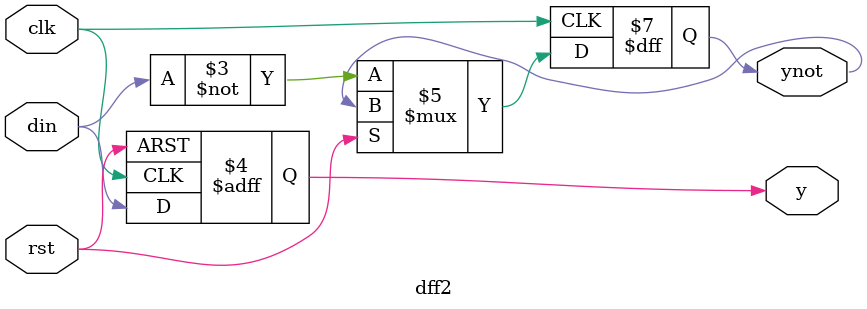
<source format=v>
`timescale 1ns / 1ps

module dff2(
    input din, rst, clk,
    output reg y,
    output reg ynot
    );
    
always@(posedge clk, posedge rst)
begin
    if (rst == 1)
    begin
        y <= 0;
    end
    
    else
    begin
        y  <= din;
        ynot <= ~din;
    end
end
endmodule

</source>
